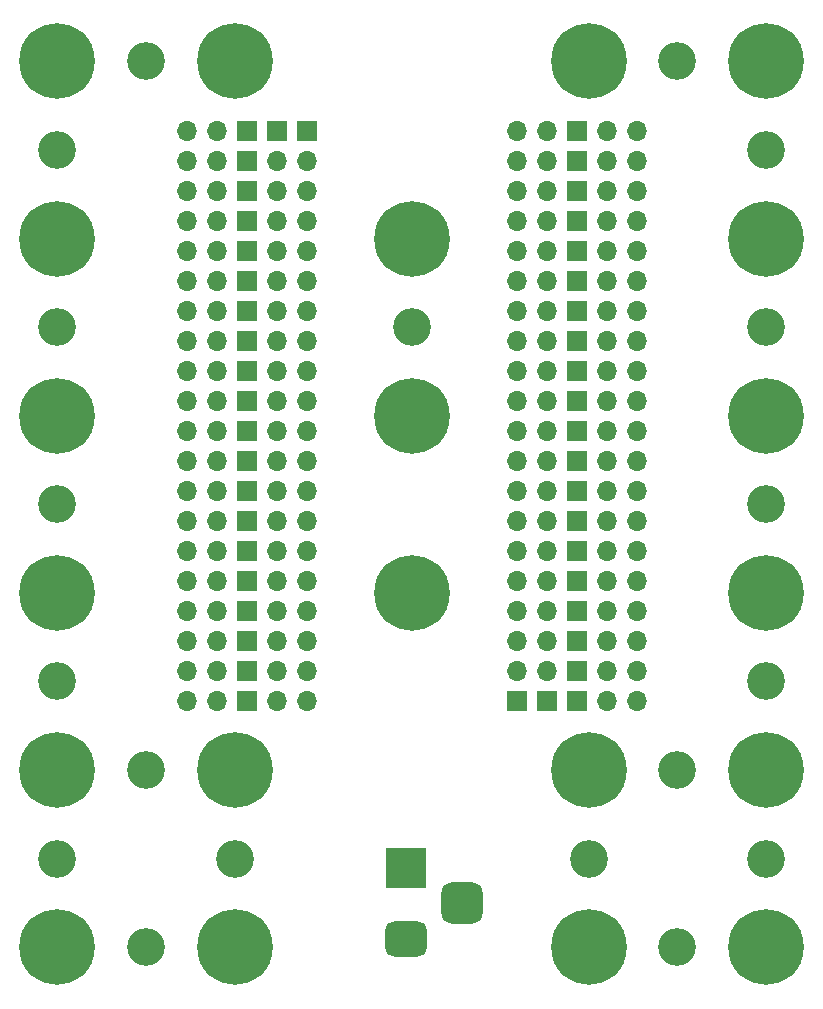
<source format=gbr>
%TF.GenerationSoftware,KiCad,Pcbnew,7.0.2*%
%TF.CreationDate,2023-05-07T16:36:30+01:00*%
%TF.ProjectId,working,776f726b-696e-4672-9e6b-696361645f70,rev?*%
%TF.SameCoordinates,Original*%
%TF.FileFunction,Soldermask,Bot*%
%TF.FilePolarity,Negative*%
%FSLAX46Y46*%
G04 Gerber Fmt 4.6, Leading zero omitted, Abs format (unit mm)*
G04 Created by KiCad (PCBNEW 7.0.2) date 2023-05-07 16:36:30*
%MOMM*%
%LPD*%
G01*
G04 APERTURE LIST*
G04 Aperture macros list*
%AMRoundRect*
0 Rectangle with rounded corners*
0 $1 Rounding radius*
0 $2 $3 $4 $5 $6 $7 $8 $9 X,Y pos of 4 corners*
0 Add a 4 corners polygon primitive as box body*
4,1,4,$2,$3,$4,$5,$6,$7,$8,$9,$2,$3,0*
0 Add four circle primitives for the rounded corners*
1,1,$1+$1,$2,$3*
1,1,$1+$1,$4,$5*
1,1,$1+$1,$6,$7*
1,1,$1+$1,$8,$9*
0 Add four rect primitives between the rounded corners*
20,1,$1+$1,$2,$3,$4,$5,0*
20,1,$1+$1,$4,$5,$6,$7,0*
20,1,$1+$1,$6,$7,$8,$9,0*
20,1,$1+$1,$8,$9,$2,$3,0*%
G04 Aperture macros list end*
%ADD10C,3.200000*%
%ADD11C,6.400000*%
%ADD12R,1.700000X1.700000*%
%ADD13O,1.700000X1.700000*%
%ADD14RoundRect,0.875000X0.875000X-0.875000X0.875000X0.875000X-0.875000X0.875000X-0.875000X-0.875000X0*%
%ADD15RoundRect,0.750000X1.000000X-0.750000X1.000000X0.750000X-1.000000X0.750000X-1.000000X-0.750000X0*%
%ADD16R,3.500000X3.500000*%
G04 APERTURE END LIST*
D10*
%TO.C,*%
X15000000Y-37500000D03*
%TD*%
%TO.C,*%
X-15000000Y-37500000D03*
%TD*%
%TO.C,*%
X-30000000Y-37500000D03*
%TD*%
%TO.C,*%
X30000000Y-37500000D03*
%TD*%
D11*
%TO.C,*%
X-30000000Y-45000000D03*
%TD*%
%TO.C,*%
X15000000Y-45000000D03*
%TD*%
%TO.C,*%
X-15000000Y-45000000D03*
%TD*%
%TO.C,*%
X30000000Y-45000000D03*
%TD*%
D10*
%TO.C,REF\u002A\u002A*%
X22500000Y-45000000D03*
%TD*%
%TO.C,REF\u002A\u002A*%
X-22500000Y-45000000D03*
%TD*%
D11*
%TO.C,*%
X-15000000Y30000000D03*
%TD*%
D10*
%TO.C,REF\u002A\u002A*%
X0Y7500000D03*
%TD*%
%TO.C,REF\u002A\u002A*%
X22500000Y30000000D03*
%TD*%
%TO.C,REF\u002A\u002A*%
X30000000Y22500000D03*
%TD*%
%TO.C,REF\u002A\u002A*%
X30000000Y7500000D03*
%TD*%
%TO.C,REF\u002A\u002A*%
X30000000Y-7500000D03*
%TD*%
%TO.C,REF\u002A\u002A*%
X30000000Y-22500000D03*
%TD*%
%TO.C,REF\u002A\u002A*%
X22500000Y-30000000D03*
%TD*%
%TO.C,REF\u002A\u002A*%
X-22500000Y-30000000D03*
%TD*%
%TO.C,REF\u002A\u002A*%
X-30000000Y-22500000D03*
%TD*%
%TO.C,REF\u002A\u002A*%
X-30000000Y-7500000D03*
%TD*%
%TO.C,REF\u002A\u002A*%
X-30000000Y7500000D03*
%TD*%
%TO.C,REF\u002A\u002A*%
X-30000000Y22500000D03*
%TD*%
%TO.C,REF\u002A\u002A*%
X-22500000Y30000000D03*
%TD*%
D11*
%TO.C,*%
X0Y-15000000D03*
%TD*%
%TO.C,*%
X15000000Y30000000D03*
%TD*%
%TO.C,*%
X30000000Y30000000D03*
%TD*%
%TO.C,*%
X30000000Y15000000D03*
%TD*%
%TO.C,*%
X30000000Y0D03*
%TD*%
%TO.C,*%
X30000000Y-15000000D03*
%TD*%
%TO.C,*%
X30000000Y-30000000D03*
%TD*%
%TO.C,*%
X15000000Y-30000000D03*
%TD*%
%TO.C,*%
X-15000000Y-30000000D03*
%TD*%
%TO.C,*%
X-30000000Y-30000000D03*
%TD*%
%TO.C,*%
X-30000000Y-15000000D03*
%TD*%
%TO.C,*%
X-30000000Y0D03*
%TD*%
%TO.C,*%
X-30000000Y15000000D03*
%TD*%
%TO.C,*%
X-30000000Y30000000D03*
%TD*%
%TO.C,*%
X0Y15000000D03*
%TD*%
%TO.C,REF\u002A\u002A*%
X0Y0D03*
%TD*%
D12*
%TO.C,J45*%
X-13970000Y-6350000D03*
D13*
X-16510000Y-6350000D03*
X-19050000Y-6350000D03*
%TD*%
D12*
%TO.C,J44*%
X13970000Y13970000D03*
D13*
X16510000Y13970000D03*
X19050000Y13970000D03*
%TD*%
D12*
%TO.C,J43*%
X13970000Y16510000D03*
D13*
X16510000Y16510000D03*
X19050000Y16510000D03*
%TD*%
D12*
%TO.C,J42*%
X13970000Y19050000D03*
D13*
X16510000Y19050000D03*
X19050000Y19050000D03*
%TD*%
D12*
%TO.C,J41*%
X13970000Y21590000D03*
D13*
X16510000Y21590000D03*
X19050000Y21590000D03*
%TD*%
D12*
%TO.C,J40*%
X13970000Y24130000D03*
D13*
X16510000Y24130000D03*
X19050000Y24130000D03*
%TD*%
%TO.C,J39*%
X19050000Y-19050000D03*
X16510000Y-19050000D03*
D12*
X13970000Y-19050000D03*
%TD*%
%TO.C,J38*%
X13970000Y-6350000D03*
D13*
X16510000Y-6350000D03*
X19050000Y-6350000D03*
%TD*%
D12*
%TO.C,J37*%
X13985000Y6350000D03*
D13*
X16525000Y6350000D03*
X19065000Y6350000D03*
%TD*%
D12*
%TO.C,J36*%
X-13970000Y-19050000D03*
D13*
X-16510000Y-19050000D03*
X-19050000Y-19050000D03*
%TD*%
D12*
%TO.C,J35*%
X-13970000Y6350000D03*
D13*
X-16510000Y6350000D03*
X-19050000Y6350000D03*
%TD*%
%TO.C,J31*%
X-19050000Y19050000D03*
X-16510000Y19050000D03*
D12*
X-13970000Y19050000D03*
%TD*%
%TO.C,J34*%
X13970000Y-8890000D03*
D13*
X16510000Y-8890000D03*
X19050000Y-8890000D03*
%TD*%
D12*
%TO.C,J33*%
X13970000Y-3810000D03*
D13*
X16510000Y-3810000D03*
X19050000Y-3810000D03*
%TD*%
D14*
%TO.C,J32*%
X4222500Y-41280000D03*
D15*
X-477500Y-44280000D03*
D16*
X-477500Y-38280000D03*
%TD*%
D12*
%TO.C,J30*%
X13970000Y11430000D03*
D13*
X16510000Y11430000D03*
X19050000Y11430000D03*
%TD*%
D12*
%TO.C,J29*%
X13970000Y8890000D03*
D13*
X16510000Y8890000D03*
X19050000Y8890000D03*
%TD*%
D12*
%TO.C,J28*%
X13970000Y3810000D03*
D13*
X16510000Y3810000D03*
X19050000Y3810000D03*
%TD*%
D12*
%TO.C,J27*%
X13970000Y1270000D03*
D13*
X16510000Y1270000D03*
X19050000Y1270000D03*
%TD*%
D12*
%TO.C,J26*%
X13970000Y-1270000D03*
D13*
X16510000Y-1270000D03*
X19050000Y-1270000D03*
%TD*%
D12*
%TO.C,J25*%
X-13985000Y24130000D03*
D13*
X-16525000Y24130000D03*
X-19065000Y24130000D03*
%TD*%
D12*
%TO.C,J24*%
X-13985000Y-11430000D03*
D13*
X-16525000Y-11430000D03*
X-19065000Y-11430000D03*
%TD*%
D12*
%TO.C,J23*%
X-13985000Y-13970000D03*
D13*
X-16525000Y-13970000D03*
X-19065000Y-13970000D03*
%TD*%
D12*
%TO.C,J22*%
X13985000Y-13970000D03*
D13*
X16525000Y-13970000D03*
X19065000Y-13970000D03*
%TD*%
D12*
%TO.C,J21*%
X13970000Y-16510000D03*
D13*
X16510000Y-16510000D03*
X19050000Y-16510000D03*
%TD*%
D12*
%TO.C,J20*%
X13985000Y-21590000D03*
D13*
X16525000Y-21590000D03*
X19065000Y-21590000D03*
%TD*%
D12*
%TO.C,J19*%
X13970000Y-24130000D03*
D13*
X16510000Y-24130000D03*
X19050000Y-24130000D03*
%TD*%
D12*
%TO.C,J18*%
X-13970000Y-24130000D03*
D13*
X-16510000Y-24130000D03*
X-19050000Y-24130000D03*
%TD*%
D12*
%TO.C,J17*%
X-13970000Y-21590000D03*
D13*
X-16510000Y-21590000D03*
X-19050000Y-21590000D03*
%TD*%
D12*
%TO.C,J16*%
X-13970000Y-16510000D03*
D13*
X-16510000Y-16510000D03*
X-19050000Y-16510000D03*
%TD*%
D12*
%TO.C,J15*%
X13970000Y-11430000D03*
D13*
X16510000Y-11430000D03*
X19050000Y-11430000D03*
%TD*%
D12*
%TO.C,J14*%
X-13970000Y-8890000D03*
D13*
X-16510000Y-8890000D03*
X-19050000Y-8890000D03*
%TD*%
D12*
%TO.C,J13*%
X-13970000Y-3810000D03*
D13*
X-16510000Y-3810000D03*
X-19050000Y-3810000D03*
%TD*%
D12*
%TO.C,J12*%
X-13970000Y-1270000D03*
D13*
X-16510000Y-1270000D03*
X-19050000Y-1270000D03*
%TD*%
D12*
%TO.C,J11*%
X-13970000Y1270000D03*
D13*
X-16510000Y1270000D03*
X-19050000Y1270000D03*
%TD*%
D12*
%TO.C,J10*%
X-13970000Y3810000D03*
D13*
X-16510000Y3810000D03*
X-19050000Y3810000D03*
%TD*%
D12*
%TO.C,J9*%
X-13970000Y8890000D03*
D13*
X-16510000Y8890000D03*
X-19050000Y8890000D03*
%TD*%
D12*
%TO.C,J8*%
X-13970000Y11430000D03*
D13*
X-16510000Y11430000D03*
X-19050000Y11430000D03*
%TD*%
D12*
%TO.C,J7*%
X-13970000Y13970000D03*
D13*
X-16510000Y13970000D03*
X-19050000Y13970000D03*
%TD*%
D12*
%TO.C,J6*%
X-13970000Y16510000D03*
D13*
X-16510000Y16510000D03*
X-19050000Y16510000D03*
%TD*%
D12*
%TO.C,J5*%
X-13970000Y21590000D03*
D13*
X-16510000Y21590000D03*
X-19050000Y21590000D03*
%TD*%
D12*
%TO.C,J4*%
X11430000Y-24130000D03*
D13*
X11430000Y-21590000D03*
X11430000Y-19050000D03*
X11430000Y-16510000D03*
X11430000Y-13970000D03*
X11430000Y-11430000D03*
X11430000Y-8890000D03*
X11430000Y-6350000D03*
X11430000Y-3810000D03*
X11430000Y-1270000D03*
X11430000Y1270000D03*
X11430000Y3810000D03*
X11430000Y6350000D03*
X11430000Y8890000D03*
X11430000Y11430000D03*
X11430000Y13970000D03*
X11430000Y16510000D03*
X11430000Y19050000D03*
X11430000Y21590000D03*
X11430000Y24130000D03*
%TD*%
D12*
%TO.C,J3*%
X-11430000Y24130000D03*
D13*
X-11430000Y21590000D03*
X-11430000Y19050000D03*
X-11430000Y16510000D03*
X-11430000Y13970000D03*
X-11430000Y11430000D03*
X-11430000Y8890000D03*
X-11430000Y6350000D03*
X-11430000Y3810000D03*
X-11430000Y1270000D03*
X-11430000Y-1270000D03*
X-11430000Y-3810000D03*
X-11430000Y-6350000D03*
X-11430000Y-8890000D03*
X-11430000Y-11430000D03*
X-11430000Y-13970000D03*
X-11430000Y-16510000D03*
X-11430000Y-19050000D03*
X-11430000Y-21590000D03*
X-11430000Y-24130000D03*
%TD*%
D12*
%TO.C,J2*%
X8890000Y-24130000D03*
D13*
X8890000Y-21590000D03*
X8890000Y-19050000D03*
X8890000Y-16510000D03*
X8890000Y-13970000D03*
X8890000Y-11430000D03*
X8890000Y-8890000D03*
X8890000Y-6350000D03*
X8890000Y-3810000D03*
X8890000Y-1270000D03*
X8890000Y1270000D03*
X8890000Y3810000D03*
X8890000Y6350000D03*
X8890000Y8890000D03*
X8890000Y11430000D03*
X8890000Y13970000D03*
X8890000Y16510000D03*
X8890000Y19050000D03*
X8890000Y21590000D03*
X8890000Y24130000D03*
%TD*%
D12*
%TO.C,J1*%
X-8890000Y24130000D03*
D13*
X-8890000Y21590000D03*
X-8890000Y19050000D03*
X-8890000Y16510000D03*
X-8890000Y13970000D03*
X-8890000Y11430000D03*
X-8890000Y8890000D03*
X-8890000Y6350000D03*
X-8890000Y3810000D03*
X-8890000Y1270000D03*
X-8890000Y-1270000D03*
X-8890000Y-3810000D03*
X-8890000Y-6350000D03*
X-8890000Y-8890000D03*
X-8890000Y-11430000D03*
X-8890000Y-13970000D03*
X-8890000Y-16510000D03*
X-8890000Y-19050000D03*
X-8890000Y-21590000D03*
X-8890000Y-24130000D03*
%TD*%
M02*

</source>
